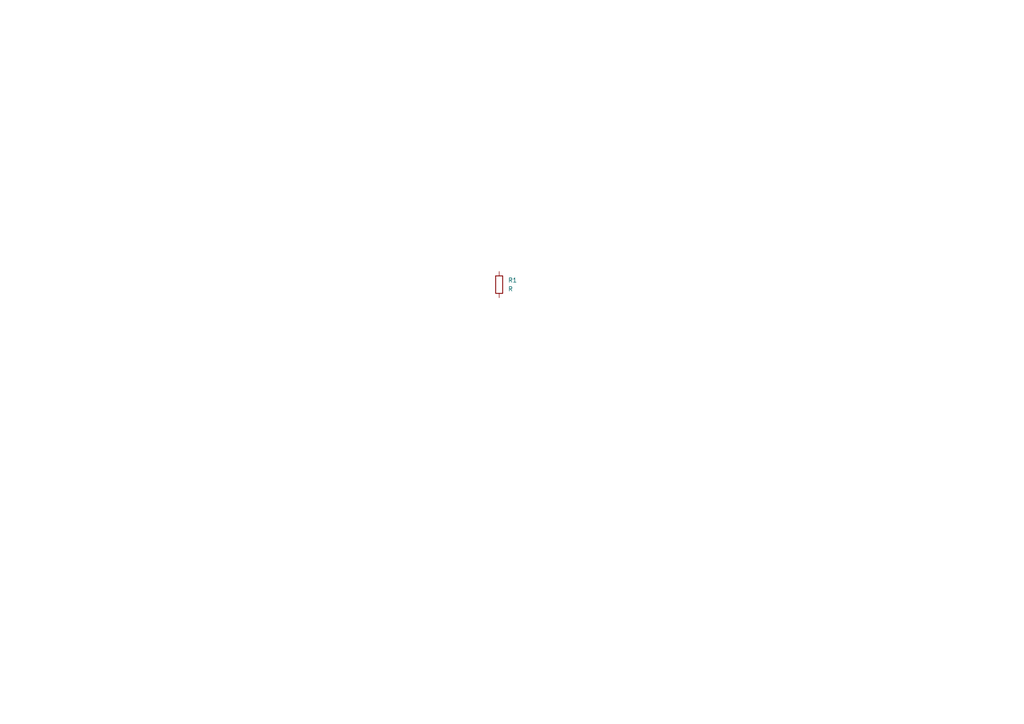
<source format=kicad_sch>
(kicad_sch (version 20231120) (generator "eeschema") (generator_version "8.0")
  (paper "A4")
  (title_block (date "2024-05-07"))
  (lib_symbols
    (symbol "Device:R" (pin_numbers hide) (pin_names (offset 0))
      (property "Reference" "R" (at 2.032 0 90))
      (property "Value" "R" (at 0 0 90))
      (symbol "R_0_1"
        (rectangle (start -1.016 -2.54) (end 1.016 2.54) (stroke (width 0.254)))
      )
      (symbol "R_1_1"
        (pin passive line (at 0 3.81 270) (length 1.27) (name "~") (number "1"))
        (pin passive line (at 0 -3.81 90) (length 1.27) (name "~") (number "2"))
      )
    )
  )
  (symbol (lib_id "Device:R") (at 144.78 82.55 0) (unit 1)
    (property "Reference" "R1" (at 147.32 81.2799 0) (effects (justify left)))
    (property "Value" "R" (at 147.32 83.8199 0) (effects (justify left)))
    (property "Description" "Resistor" (effects (hide yes)))
  )
)
</source>
